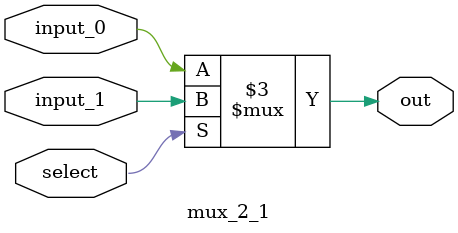
<source format=v>
module mux_2_1 (
    input input_0, input_1,
    input select,
    output reg out
);

always @(select or input_0 or input_1) begin
    if (select)
        out = input_1;
    else
        out = input_0;
end

endmodule

</source>
